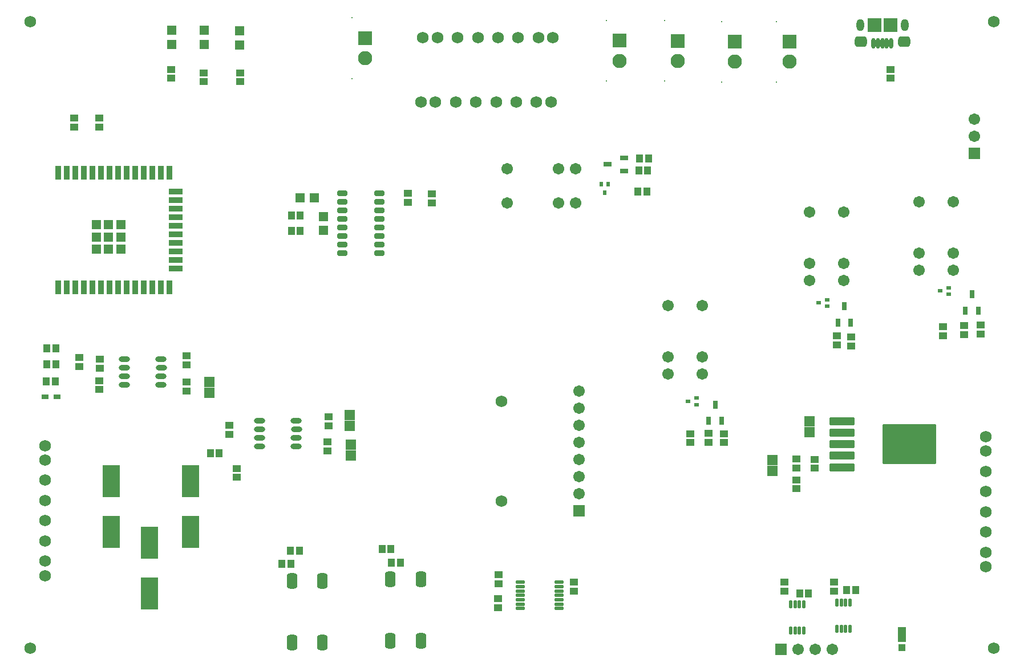
<source format=gts>
G04*
G04 #@! TF.GenerationSoftware,Altium Limited,Altium Designer,22.5.1 (42)*
G04*
G04 Layer_Color=8388736*
%FSLAX25Y25*%
%MOIN*%
G70*
G04*
G04 #@! TF.SameCoordinates,12F1D17F-3755-47B3-A83E-197F31224518*
G04*
G04*
G04 #@! TF.FilePolarity,Negative*
G04*
G01*
G75*
%ADD23R,0.03543X0.07874*%
%ADD24R,0.07874X0.03543*%
%ADD25R,0.05236X0.05236*%
%ADD49R,0.04147X0.04540*%
%ADD50R,0.05524X0.05524*%
%ADD51R,0.04737X0.03162*%
%ADD52R,0.08280X0.07887*%
G04:AMPARAMS|DCode=53|XSize=70.99mil|YSize=63.12mil|CornerRadius=17.78mil|HoleSize=0mil|Usage=FLASHONLY|Rotation=180.000|XOffset=0mil|YOffset=0mil|HoleType=Round|Shape=RoundedRectangle|*
%AMROUNDEDRECTD53*
21,1,0.07099,0.02756,0,0,180.0*
21,1,0.03543,0.06312,0,0,180.0*
1,1,0.03556,-0.01772,0.01378*
1,1,0.03556,0.01772,0.01378*
1,1,0.03556,0.01772,-0.01378*
1,1,0.03556,-0.01772,-0.01378*
%
%ADD53ROUNDEDRECTD53*%
%ADD54O,0.02375X0.06115*%
%ADD55R,0.04343X0.04737*%
G04:AMPARAMS|DCode=56|XSize=63.12mil|YSize=90.68mil|CornerRadius=17.78mil|HoleSize=0mil|Usage=FLASHONLY|Rotation=0.000|XOffset=0mil|YOffset=0mil|HoleType=Round|Shape=RoundedRectangle|*
%AMROUNDEDRECTD56*
21,1,0.06312,0.05512,0,0,0.0*
21,1,0.02756,0.09068,0,0,0.0*
1,1,0.03556,0.01378,-0.02756*
1,1,0.03556,-0.01378,-0.02756*
1,1,0.03556,-0.01378,0.02756*
1,1,0.03556,0.01378,0.02756*
%
%ADD56ROUNDEDRECTD56*%
%ADD57R,0.04540X0.04147*%
%ADD58R,0.04737X0.04343*%
%ADD59R,0.06312X0.05918*%
%ADD60R,0.02808X0.02375*%
%ADD61O,0.02178X0.04737*%
%ADD62R,0.09855X0.18713*%
%ADD63R,0.03950X0.02769*%
%ADD64R,0.03162X0.04737*%
%ADD65O,0.06509X0.03162*%
%ADD66R,0.05524X0.05524*%
%ADD67R,0.02375X0.02808*%
%ADD68R,0.05131X0.08674*%
%ADD69R,0.03950X0.03950*%
G04:AMPARAMS|DCode=70|XSize=47.37mil|YSize=145.8mil|CornerRadius=5.97mil|HoleSize=0mil|Usage=FLASHONLY|Rotation=90.000|XOffset=0mil|YOffset=0mil|HoleType=Round|Shape=RoundedRectangle|*
%AMROUNDEDRECTD70*
21,1,0.04737,0.13386,0,0,90.0*
21,1,0.03543,0.14580,0,0,90.0*
1,1,0.01194,0.06693,0.01772*
1,1,0.01194,0.06693,-0.01772*
1,1,0.01194,-0.06693,-0.01772*
1,1,0.01194,-0.06693,0.01772*
%
%ADD70ROUNDEDRECTD70*%
G04:AMPARAMS|DCode=71|XSize=236.35mil|YSize=311.15mil|CornerRadius=6.28mil|HoleSize=0mil|Usage=FLASHONLY|Rotation=90.000|XOffset=0mil|YOffset=0mil|HoleType=Round|Shape=RoundedRectangle|*
%AMROUNDEDRECTD71*
21,1,0.23635,0.29858,0,0,90.0*
21,1,0.22378,0.31115,0,0,90.0*
1,1,0.01257,0.14929,0.11189*
1,1,0.01257,0.14929,-0.11189*
1,1,0.01257,-0.14929,-0.11189*
1,1,0.01257,-0.14929,0.11189*
%
%ADD71ROUNDEDRECTD71*%
%ADD72O,0.05761X0.02217*%
G04:AMPARAMS|DCode=73|XSize=59.58mil|YSize=32.41mil|CornerRadius=7.05mil|HoleSize=0mil|Usage=FLASHONLY|Rotation=0.000|XOffset=0mil|YOffset=0mil|HoleType=Round|Shape=RoundedRectangle|*
%AMROUNDEDRECTD73*
21,1,0.05958,0.01831,0,0,0.0*
21,1,0.04547,0.03241,0,0,0.0*
1,1,0.01410,0.02274,-0.00915*
1,1,0.01410,-0.02274,-0.00915*
1,1,0.01410,-0.02274,0.00915*
1,1,0.01410,0.02274,0.00915*
%
%ADD73ROUNDEDRECTD73*%
%ADD74C,0.06800*%
%ADD75R,0.06706X0.06706*%
%ADD76C,0.06706*%
%ADD77C,0.00800*%
%ADD78C,0.08300*%
%ADD79R,0.08300X0.08300*%
%ADD80O,0.04343X0.07099*%
%ADD81R,0.06706X0.06706*%
D23*
X30000Y224571D02*
D03*
X35000D02*
D03*
X40000D02*
D03*
X45000D02*
D03*
X50000D02*
D03*
X55000D02*
D03*
X60000D02*
D03*
X65000D02*
D03*
X70000D02*
D03*
X75000D02*
D03*
X80000D02*
D03*
X85000D02*
D03*
X90000D02*
D03*
X95000D02*
D03*
Y291500D02*
D03*
X90000D02*
D03*
X85000D02*
D03*
X80000D02*
D03*
X75000D02*
D03*
X70000D02*
D03*
X65000D02*
D03*
X60000D02*
D03*
X55000D02*
D03*
X50000D02*
D03*
X45000D02*
D03*
X40000D02*
D03*
X35000D02*
D03*
X30000D02*
D03*
D24*
X98937Y235535D02*
D03*
Y240535D02*
D03*
Y245535D02*
D03*
Y250535D02*
D03*
Y255535D02*
D03*
Y260535D02*
D03*
Y265535D02*
D03*
Y270535D02*
D03*
Y275535D02*
D03*
Y280535D02*
D03*
D25*
X52303Y246874D02*
D03*
Y254098D02*
D03*
Y261323D02*
D03*
X59528Y246874D02*
D03*
Y254098D02*
D03*
Y261323D02*
D03*
X66752Y246874D02*
D03*
Y254098D02*
D03*
Y261323D02*
D03*
D49*
X171559Y266500D02*
D03*
X166441D02*
D03*
X165882Y70500D02*
D03*
X171000D02*
D03*
X171559Y257500D02*
D03*
X166441D02*
D03*
X369941Y300000D02*
D03*
X375059D02*
D03*
X369441Y293000D02*
D03*
X374559D02*
D03*
X490941Y47500D02*
D03*
X496059D02*
D03*
X463441Y45500D02*
D03*
X468559D02*
D03*
X219441Y71500D02*
D03*
X224559D02*
D03*
X119000Y127500D02*
D03*
X124118D02*
D03*
D50*
X185000Y266134D02*
D03*
Y257866D02*
D03*
X136000Y374500D02*
D03*
Y366232D02*
D03*
X115500Y366732D02*
D03*
Y375000D02*
D03*
X96500D02*
D03*
Y366732D02*
D03*
D51*
X360724Y292760D02*
D03*
Y300240D02*
D03*
X351276Y296500D02*
D03*
D52*
X507000Y378000D02*
D03*
X516449D02*
D03*
D53*
X499126Y368354D02*
D03*
X524323D02*
D03*
D54*
X511724Y367469D02*
D03*
X514284D02*
D03*
X516843D02*
D03*
X506606D02*
D03*
X509165D02*
D03*
D55*
X230157Y63500D02*
D03*
X224843D02*
D03*
X160843Y63000D02*
D03*
X166157D02*
D03*
X368843Y280500D02*
D03*
X374158D02*
D03*
X23500Y189000D02*
D03*
X28815D02*
D03*
X28657Y179500D02*
D03*
X23343D02*
D03*
X28500Y169500D02*
D03*
X23185D02*
D03*
D56*
X184358Y17087D02*
D03*
X166642D02*
D03*
Y52913D02*
D03*
X184358D02*
D03*
X242000Y53827D02*
D03*
X224284D02*
D03*
Y18000D02*
D03*
X242000D02*
D03*
D57*
X287000Y37441D02*
D03*
Y42559D02*
D03*
X516500Y346941D02*
D03*
Y352059D02*
D03*
X54000Y164941D02*
D03*
Y170059D02*
D03*
X96000Y346941D02*
D03*
Y352059D02*
D03*
X115000Y344941D02*
D03*
Y350059D02*
D03*
X136500Y344941D02*
D03*
Y350059D02*
D03*
X493500Y190441D02*
D03*
Y195559D02*
D03*
X472000Y118941D02*
D03*
Y124059D02*
D03*
X461500Y106941D02*
D03*
Y112059D02*
D03*
X569000Y202559D02*
D03*
Y197441D02*
D03*
X547000Y201559D02*
D03*
Y196441D02*
D03*
X399500Y133941D02*
D03*
Y139059D02*
D03*
X419000Y133941D02*
D03*
Y139059D02*
D03*
X287500Y56559D02*
D03*
Y51441D02*
D03*
X39500Y323559D02*
D03*
Y318441D02*
D03*
X54000Y323559D02*
D03*
Y318441D02*
D03*
X134500Y113500D02*
D03*
Y118618D02*
D03*
X42500Y178441D02*
D03*
Y183559D02*
D03*
D58*
X483500Y46843D02*
D03*
Y52157D02*
D03*
X485000Y196158D02*
D03*
Y190842D02*
D03*
X410000Y139157D02*
D03*
Y133843D02*
D03*
X559500Y196843D02*
D03*
Y202157D02*
D03*
X461500Y124158D02*
D03*
Y118842D02*
D03*
X234500Y274185D02*
D03*
Y279500D02*
D03*
X331500Y46843D02*
D03*
Y52157D02*
D03*
X454500D02*
D03*
Y46843D02*
D03*
X248500Y279157D02*
D03*
Y273843D02*
D03*
X187500Y134158D02*
D03*
Y128842D02*
D03*
X105000Y169315D02*
D03*
Y164000D02*
D03*
X130000Y138685D02*
D03*
Y144000D02*
D03*
X54500Y182658D02*
D03*
Y177342D02*
D03*
X188000Y149000D02*
D03*
Y143685D02*
D03*
X105000Y184658D02*
D03*
Y179342D02*
D03*
D59*
X469000Y146150D02*
D03*
Y139850D02*
D03*
X447500Y117350D02*
D03*
Y123650D02*
D03*
X201000Y132500D02*
D03*
Y126201D02*
D03*
X118500Y169150D02*
D03*
Y162850D02*
D03*
X200500Y143701D02*
D03*
Y150000D02*
D03*
D60*
X479559Y213531D02*
D03*
Y217469D02*
D03*
X474441Y215500D02*
D03*
X403118Y156032D02*
D03*
Y159968D02*
D03*
X398000Y158000D02*
D03*
X550559Y220532D02*
D03*
Y224468D02*
D03*
X545441Y222500D02*
D03*
D61*
X492839Y40177D02*
D03*
X490279D02*
D03*
X487720D02*
D03*
X485161D02*
D03*
X492839Y24823D02*
D03*
X490279D02*
D03*
X487720D02*
D03*
X485161D02*
D03*
X465839Y39177D02*
D03*
X463279D02*
D03*
X460720D02*
D03*
X458161D02*
D03*
X465839Y23823D02*
D03*
X463279D02*
D03*
X460720D02*
D03*
X458161D02*
D03*
D62*
X83500Y75461D02*
D03*
Y45539D02*
D03*
X107500Y81539D02*
D03*
Y111461D02*
D03*
X61000D02*
D03*
Y81539D02*
D03*
D63*
X22457Y160500D02*
D03*
X29543D02*
D03*
D64*
X489500Y213500D02*
D03*
X493240Y204051D02*
D03*
X485760D02*
D03*
X560260Y211051D02*
D03*
X567740D02*
D03*
X564000Y220500D02*
D03*
X410260Y146551D02*
D03*
X417740D02*
D03*
X414000Y156000D02*
D03*
D65*
X169228Y131551D02*
D03*
Y136551D02*
D03*
X169500Y141551D02*
D03*
X169228Y146551D02*
D03*
X147772Y131551D02*
D03*
Y136551D02*
D03*
Y141551D02*
D03*
Y146551D02*
D03*
X68772Y182500D02*
D03*
Y177500D02*
D03*
Y172500D02*
D03*
Y167500D02*
D03*
X90228Y182500D02*
D03*
X90500Y177500D02*
D03*
X90228Y172500D02*
D03*
Y167500D02*
D03*
D66*
X171366Y277000D02*
D03*
X179634D02*
D03*
D67*
X351468Y285118D02*
D03*
X347532D02*
D03*
X349500Y280000D02*
D03*
D68*
X523000Y21500D02*
D03*
D69*
Y14020D02*
D03*
D70*
X488130Y146236D02*
D03*
Y139543D02*
D03*
Y132850D02*
D03*
Y126157D02*
D03*
Y119465D02*
D03*
D71*
X527500Y132850D02*
D03*
D72*
X322917Y36823D02*
D03*
Y39382D02*
D03*
Y41941D02*
D03*
Y44500D02*
D03*
Y47059D02*
D03*
Y49618D02*
D03*
Y52177D02*
D03*
X300083Y36823D02*
D03*
Y39382D02*
D03*
Y41941D02*
D03*
Y44500D02*
D03*
Y47059D02*
D03*
Y49618D02*
D03*
Y52177D02*
D03*
D73*
X196173Y279500D02*
D03*
Y274500D02*
D03*
Y269500D02*
D03*
Y264500D02*
D03*
Y259500D02*
D03*
Y254500D02*
D03*
Y249500D02*
D03*
Y244500D02*
D03*
X217827D02*
D03*
Y249500D02*
D03*
Y254500D02*
D03*
Y259500D02*
D03*
Y264500D02*
D03*
Y269500D02*
D03*
Y274500D02*
D03*
Y279500D02*
D03*
D74*
X22500Y132087D02*
D03*
Y100000D02*
D03*
Y64567D02*
D03*
Y111811D02*
D03*
Y123622D02*
D03*
Y88189D02*
D03*
Y56102D02*
D03*
Y76378D02*
D03*
X572000Y137276D02*
D03*
Y105189D02*
D03*
Y69756D02*
D03*
Y117000D02*
D03*
Y128811D02*
D03*
Y93378D02*
D03*
Y61291D02*
D03*
Y81567D02*
D03*
X576772Y379921D02*
D03*
X297811Y333000D02*
D03*
X318087D02*
D03*
X286000D02*
D03*
X250567D02*
D03*
X262378D02*
D03*
X309622D02*
D03*
X274189D02*
D03*
X242102D02*
D03*
X298933Y370500D02*
D03*
X319209D02*
D03*
X287122D02*
D03*
X251689D02*
D03*
X263500D02*
D03*
X310744D02*
D03*
X275311D02*
D03*
X243224D02*
D03*
X289000Y158000D02*
D03*
Y99500D02*
D03*
X13780Y13780D02*
D03*
X576772D02*
D03*
X13780Y379921D02*
D03*
D75*
X334500Y94000D02*
D03*
X565500Y303000D02*
D03*
D76*
X334500Y104000D02*
D03*
Y114000D02*
D03*
Y124000D02*
D03*
Y134000D02*
D03*
Y144000D02*
D03*
Y154000D02*
D03*
Y164000D02*
D03*
X292500Y274000D02*
D03*
Y294000D02*
D03*
X322500Y274000D02*
D03*
Y294000D02*
D03*
X332500Y274000D02*
D03*
Y294000D02*
D03*
X469000Y268500D02*
D03*
X489000D02*
D03*
X469000Y238500D02*
D03*
X489000D02*
D03*
X469000Y228500D02*
D03*
X489000D02*
D03*
X553000Y234500D02*
D03*
X533000D02*
D03*
X553000Y244500D02*
D03*
X533000D02*
D03*
X553000Y274500D02*
D03*
X533000D02*
D03*
X565500Y323000D02*
D03*
Y313000D02*
D03*
X386500Y214000D02*
D03*
X406500D02*
D03*
X386500Y184000D02*
D03*
X406500D02*
D03*
X386500Y174000D02*
D03*
X406500D02*
D03*
X482500Y13000D02*
D03*
X472500D02*
D03*
X462500D02*
D03*
D77*
X201800Y346800D02*
D03*
Y382200D02*
D03*
X350300Y345300D02*
D03*
Y380700D02*
D03*
X384300Y345200D02*
D03*
Y380600D02*
D03*
X417800Y344700D02*
D03*
Y380100D02*
D03*
X449800Y344700D02*
D03*
Y380100D02*
D03*
D78*
X209500Y358600D02*
D03*
X358000Y357100D02*
D03*
X392000Y357000D02*
D03*
X425500Y356500D02*
D03*
X457500D02*
D03*
D79*
X209500Y370400D02*
D03*
X358000Y368900D02*
D03*
X392000Y368800D02*
D03*
X425500Y368300D02*
D03*
X457500D02*
D03*
D80*
X498732Y378000D02*
D03*
X524717D02*
D03*
D81*
X452500Y13000D02*
D03*
M02*

</source>
